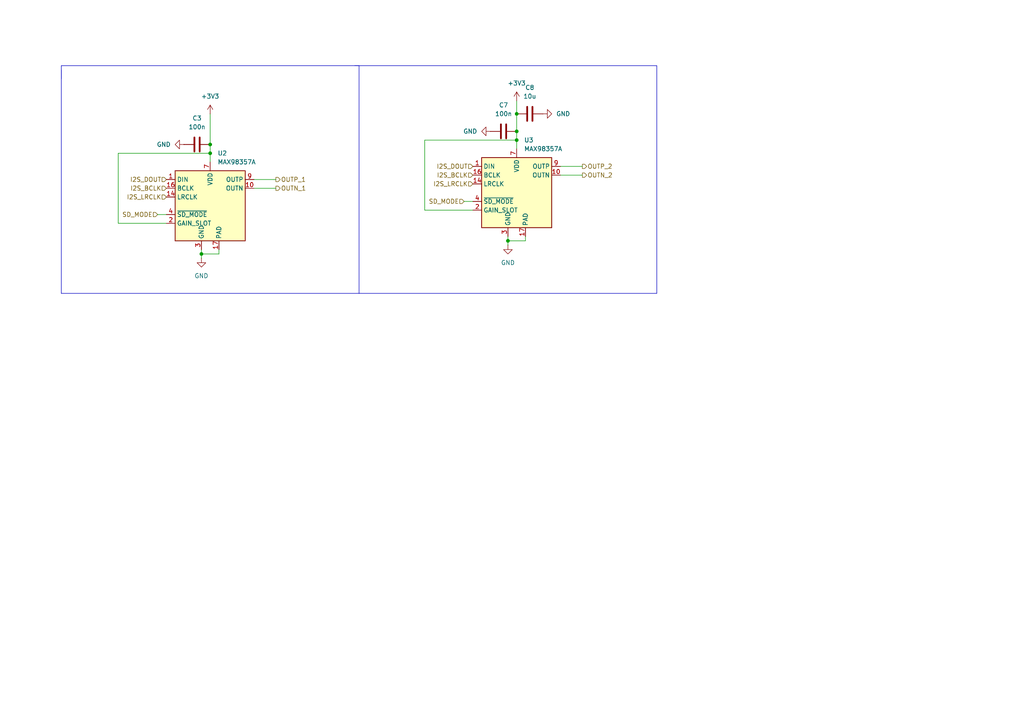
<source format=kicad_sch>
(kicad_sch (version 20250114) (generator "eeschema") (generator_version "9.0")
  (paper "A4")
  (lib_symbols
    (symbol "Audio:MAX98357A"
      (property "Reference" "U" (at -8.89 11.43 0))
      (property "Value" "MAX98357A" (at 10.16 11.43 0))
      (symbol "MAX98357A_1_1"
        (rectangle (start -10.16 10.16) (end 10.16 -10.16) (stroke (width 0.254)) (fill (type background)))
        (pin input line (at -12.7 7.62 0) (length 2.54) (name "DIN") (number "1"))
        (pin input line (at -12.7 5.08 0) (length 2.54) (name "BCLK") (number "16"))
        (pin input line (at -12.7 2.54 0) (length 2.54) (name "LRCLK") (number "14"))
        (pin input line (at -12.7 -2.54 0) (length 2.54) (name "~{SD_MODE}") (number "4"))
        (pin passive line (at -12.7 -5.08 0) (length 2.54) (name "GAIN_SLOT") (number "2"))
        (pin passive line (at -2.54 -12.7 90) (length 2.54) (hide yes) (name "GND") (number "11"))
        (pin passive line (at -2.54 -12.7 90) (length 2.54) (hide yes) (name "GND") (number "15"))
        (pin power_in line (at -2.54 -12.7 90) (length 2.54) (name "GND") (number "3"))
        (pin power_in line (at 0 12.7 270) (length 2.54) (name "VDD") (number "7"))
        (pin passive line (at 0 12.7 270) (length 2.54) (hide yes) (name "VDD") (number "8"))
        (pin unspecified line (at 2.54 -12.7 90) (length 2.54) (name "PAD") (number "17"))
        (pin no_connect line (at 10.16 2.54 180) (length 2.54) (hide yes) (name "NC") (number "5"))
        (pin no_connect line (at 10.16 0 180) (length 2.54) (hide yes) (name "NC") (number "6"))
        (pin no_connect line (at 10.16 -5.08 180) (length 2.54) (hide yes) (name "NC") (number "12"))
        (pin no_connect line (at 10.16 -7.62 180) (length 2.54) (hide yes) (name "NC") (number "13"))
        (pin output line (at 12.7 7.62 180) (length 2.54) (name "OUTP") (number "9"))
        (pin output line (at 12.7 5.08 180) (length 2.54) (name "OUTN") (number "10"))
      )
    )
    (symbol "Device:C" (pin_numbers (hide yes)) (pin_names (offset 0.254))
      (property "Reference" "C" (at 0.635 2.54 0))
      (property "Value" "C" (at 0.635 -2.54 0))
      (symbol "C_0_1"
        (polyline (pts (xy -2.032 0.762) (xy 2.032 0.762)) (stroke (width 0.508)))
        (polyline (pts (xy -2.032 -0.762) (xy 2.032 -0.762)) (stroke (width 0.508)))
      )
      (symbol "C_1_1"
        (pin passive line (at 0 3.81 270) (length 2.794) (name "~") (number "1"))
        (pin passive line (at 0 -3.81 90) (length 2.794) (name "~") (number "2"))
      )
    )
    (symbol "power:+3V3" (power) (pin_numbers (hide yes)) (pin_names (offset 0) (hide yes))
      (property "Value" "+3V3" (at 0 3.556 0))
      (symbol "+3V3_0_1"
        (polyline (pts (xy -0.762 1.27) (xy 0 2.54)))
        (polyline (pts (xy 0 2.54) (xy 0.762 1.27)))
        (polyline (pts (xy 0 0) (xy 0 2.54)))
      )
      (symbol "+3V3_1_1"
        (pin power_in line (at 0 0 90) (length 0) (name "~") (number "1"))
      )
    )
    (symbol "power:GND" (power) (pin_numbers (hide yes)) (pin_names (offset 0) (hide yes))
      (property "Value" "GND" (at 0 -3.81 0))
      (symbol "GND_0_1"
        (polyline (pts (xy 0 0) (xy 0 -1.27) (xy 1.27 -1.27) (xy 0 -2.54) (xy -1.27 -1.27) (xy 0 -1.27)))
      )
      (symbol "GND_1_1"
        (pin power_in line (at 0 0 270) (length 0) (name "~") (number "1"))
      )
    )
  )
  (junction (at 60.96 44.45))
  (junction (at 58.42 73.66))
  (junction (at 147.32 69.85))
  (junction (at 149.86 40.64))
  (junction (at 149.86 38.1))
  (junction (at 149.86 33.02))
  (junction (at 60.96 41.91))
  (wire (pts (xy 34.29 44.45) (xy 34.29 64.77)))
  (wire (pts (xy 162.56 50.8) (xy 168.91 50.8)))
  (wire (pts (xy 147.32 69.85) (xy 152.4 69.85)))
  (wire (pts (xy 60.96 33.02) (xy 60.96 41.91)))
  (wire (pts (xy 60.96 44.45) (xy 60.96 46.99)))
  (wire (pts (xy 60.96 44.45) (xy 34.29 44.45)))
  (wire (pts (xy 58.42 73.66) (xy 63.5 73.66)))
  (wire (pts (xy 147.32 69.85) (xy 147.32 68.58)))
  (wire (pts (xy 73.66 54.61) (xy 80.01 54.61)))
  (wire (pts (xy 134.62 58.42) (xy 137.16 58.42)))
  (wire (pts (xy 123.19 40.64) (xy 123.19 60.96)))
  (wire (pts (xy 123.19 60.96) (xy 137.16 60.96)))
  (polyline (pts (xy 17.78 19.05) (xy 17.78 22.86)))
  (wire (pts (xy 149.86 40.64) (xy 149.86 43.18)))
  (polyline (pts (xy 17.78 20.32) (xy 17.78 85.09)))
  (polyline (pts (xy 104.14 85.09) (xy 104.14 19.05)))
  (wire (pts (xy 45.72 62.23) (xy 48.26 62.23)))
  (wire (pts (xy 149.86 33.02) (xy 149.86 38.1)))
  (wire (pts (xy 149.86 38.1) (xy 149.86 40.64)))
  (wire (pts (xy 152.4 69.85) (xy 152.4 68.58)))
  (wire (pts (xy 58.42 73.66) (xy 58.42 72.39)))
  (wire (pts (xy 149.86 29.21) (xy 149.86 33.02)))
  (wire (pts (xy 34.29 64.77) (xy 48.26 64.77)))
  (wire (pts (xy 58.42 74.93) (xy 58.42 73.66)))
  (polyline (pts (xy 102.87 19.05) (xy 104.14 19.05)))
  (polyline (pts (xy 190.5 85.09) (xy 104.14 85.09)))
  (polyline (pts (xy 104.14 19.05) (xy 17.78 19.05)))
  (polyline (pts (xy 190.5 19.05) (xy 190.5 85.09)))
  (wire (pts (xy 147.32 71.12) (xy 147.32 69.85)))
  (wire (pts (xy 162.56 48.26) (xy 168.91 48.26)))
  (polyline (pts (xy 104.14 19.05) (xy 190.5 19.05)))
  (polyline (pts (xy 17.78 85.09) (xy 104.14 85.09)))
  (wire (pts (xy 63.5 73.66) (xy 63.5 72.39)))
  (wire (pts (xy 60.96 41.91) (xy 60.96 44.45)))
  (wire (pts (xy 73.66 52.07) (xy 80.01 52.07)))
  (wire (pts (xy 149.86 40.64) (xy 123.19 40.64)))
  (hierarchical_label "SD_MODE" (shape input) (at 45.72 62.23 180))
  (hierarchical_label "I2S_DOUT" (shape input) (at 137.16 48.26 180) (effects (font (thickness 0.1588))))
  (hierarchical_label "OUTN_1" (shape output) (at 80.01 54.61 0))
  (hierarchical_label "I2S_LRCLK" (shape input) (at 48.26 57.15 180) (effects (font (thickness 0.1588))))
  (hierarchical_label "I2S_BCLK" (shape input) (at 137.16 50.8 180) (effects (font (thickness 0.1588))))
  (hierarchical_label "OUTP_1" (shape output) (at 80.01 52.07 0))
  (hierarchical_label "I2S_BCLK" (shape input) (at 48.26 54.61 180) (effects (font (thickness 0.1588))))
  (hierarchical_label "I2S_DOUT" (shape input) (at 48.26 52.07 180) (effects (font (thickness 0.1588))))
  (hierarchical_label "I2S_LRCLK" (shape input) (at 137.16 53.34 180) (effects (font (thickness 0.1588))))
  (hierarchical_label "OUTP_2" (shape output) (at 168.91 48.26 0))
  (hierarchical_label "SD_MODE" (shape input) (at 134.62 58.42 180))
  (hierarchical_label "OUTN_2" (shape output) (at 168.91 50.8 0))
  (symbol (lib_id "power:GND") (at 53.34 41.91 270) (unit 1)
    (property "Reference" "#PWR05" (effects (hide yes)))
    (property "Value" "GND" (at 49.53 41.9099 90) (effects (justify right)))
    (property "Description" "Power symbol creates a global label with name \"GND\" , ground" (effects (hide yes)))
  )
  (symbol (lib_id "power:GND") (at 142.24 38.1 270) (unit 1)
    (property "Reference" "#PWR010" (effects (hide yes)))
    (property "Value" "GND" (at 138.43 38.0999 90) (effects (justify right)))
    (property "Description" "Power symbol creates a global label with name \"GND\" , ground" (effects (hide yes)))
  )
  (symbol (lib_id "power:GND") (at 157.48 33.02 90) (unit 1)
    (property "Reference" "#PWR013" (effects (hide yes)))
    (property "Value" "GND" (at 161.29 33.0199 90) (effects (justify right)))
    (property "Description" "Power symbol creates a global label with name \"GND\" , ground" (effects (hide yes)))
  )
  (symbol (lib_id "Audio:MAX98357A") (at 149.86 55.88 0) (unit 1)
    (property "Reference" "U3" (at 152.0033 40.64 0) (effects (justify left)))
    (property "Value" "MAX98357A" (at 152.0033 43.18 0) (effects (justify left)))
    (property "Footprint" "Package_DFN_QFN:TQFN-16-1EP_3x3mm_P0.5mm_EP1.23x1.23mm" (effects (hide yes)))
    (property "Datasheet" "https://www.analog.com/media/en/technical-documentation/data-sheets/MAX98357A-MAX98357B.pdf" (effects (hide yes)))
    (property "Description" "Mono DAC with amplifier, I2S, PCM, TDM, 32-bit, 96khz, 3.2W, TQFP-16" (effects (hide yes)))
  )
  (symbol (lib_id "power:+3V3") (at 60.96 33.02 0) (unit 1)
    (property "Reference" "#PWR04" (effects (hide yes)))
    (property "Value" "+3V3" (at 60.96 27.94 0))
    (property "Description" "Power symbol creates a global label with name \"+3V3\"" (effects (hide yes)))
  )
  (symbol (lib_id "power:GND") (at 147.32 71.12 0) (unit 1)
    (property "Reference" "#PWR011" (effects (hide yes)))
    (property "Value" "GND" (at 147.32 76.2 0))
    (property "Description" "Power symbol creates a global label with name \"GND\" , ground" (effects (hide yes)))
  )
  (symbol (lib_id "Device:C") (at 153.67 33.02 270) (unit 1)
    (property "Reference" "C8" (at 153.67 25.4 90))
    (property "Value" "10u" (at 153.67 27.94 90))
    (property "Footprint" "Capacitor_SMD:C_0805_2012Metric" (effects (hide yes)))
    (property "Datasheet" "https://www.mouser.com/datasheet/3/76/1/GRM21BR61H106KE43_01A.pdf" (effects (hide yes)))
    (property "Description" "Unpolarized capacitor" (effects (hide yes)))
    (property "Mouser #" "81-GRM21BR61H106KE3L" (effects (hide yes)))
    (property "Mouser Link" "https://www.mouser.com/ProductDetail/Murata-Electronics/GRM21BR61H106KE43L?qs=lYGu3FyN48cBZlIduWKclg%3D%3D&srsltid=AfmBOoovanZHDCILOsTNmRDlbeowyCnSNVD-tyLdgO5iJbYQ29cv4-uh" (effects (hide yes)))
    (property "JLCPCB #" "C440198" (effects (hide yes)))
    (property "Mouser Part Number" "81-GRM21BR61H106KE3L" (effects (hide yes)))
  )
  (symbol (lib_id "power:GND") (at 58.42 74.93 0) (unit 1)
    (property "Reference" "#PWR06" (effects (hide yes)))
    (property "Value" "GND" (at 58.42 80.01 0))
    (property "Description" "Power symbol creates a global label with name \"GND\" , ground" (effects (hide yes)))
  )
  (symbol (lib_id "Audio:MAX98357A") (at 60.96 59.69 0) (unit 1)
    (property "Reference" "U2" (at 63.1033 44.45 0) (effects (justify left)))
    (property "Value" "MAX98357A" (at 63.1033 46.99 0) (effects (justify left)))
    (property "Footprint" "Package_DFN_QFN:TQFN-16-1EP_3x3mm_P0.5mm_EP1.23x1.23mm" (effects (hide yes)))
    (property "Datasheet" "https://www.analog.com/media/en/technical-documentation/data-sheets/MAX98357A-MAX98357B.pdf" (effects (hide yes)))
    (property "Description" "Mono DAC with amplifier, I2S, PCM, TDM, 32-bit, 96khz, 3.2W, TQFP-16" (effects (hide yes)))
  )
  (symbol (lib_id "Device:C") (at 146.05 38.1 90) (unit 1)
    (property "Reference" "C7" (at 146.05 30.48 90))
    (property "Value" "100n" (at 146.05 33.02 90))
    (property "Footprint" "Capacitor_SMD:C_0603_1608Metric_Pad1.08x0.95mm_HandSolder" (effects (hide yes)))
    (property "Datasheet" "https://datasheets.kyocera-avx.com/AutoMLCCKAM.pdf" (effects (hide yes)))
    (property "Description" "Unpolarized capacitor" (effects (hide yes)))
    (property "Mouser #" "581-KAM15BR72A104KT" (effects (hide yes)))
    (property "Mouser Link" "https://www.mouser.com/ProductDetail/KYOCERA-AVX/KAM15BR72A104KT?qs=Jm2GQyTW%2Fbivdeq3a3Ovhw%3D%3D" (effects (hide yes)))
    (property "JLCPCB #" "C14663" (effects (hide yes)))
    (property "Mouser Part Number" "581-KAM15BR72A104KT" (effects (hide yes)))
  )
  (symbol (lib_id "Device:C") (at 57.15 41.91 90) (unit 1)
    (property "Reference" "C3" (at 57.15 34.29 90))
    (property "Value" "100n" (at 57.15 36.83 90))
    (property "Footprint" "Capacitor_SMD:C_0603_1608Metric_Pad1.08x0.95mm_HandSolder" (effects (hide yes)))
    (property "Datasheet" "https://datasheets.kyocera-avx.com/AutoMLCCKAM.pdf" (effects (hide yes)))
    (property "Description" "Unpolarized capacitor" (effects (hide yes)))
    (property "Mouser #" "581-KAM15BR72A104KT" (effects (hide yes)))
    (property "Mouser Link" "https://www.mouser.com/ProductDetail/KYOCERA-AVX/KAM15BR72A104KT?qs=Jm2GQyTW%2Fbivdeq3a3Ovhw%3D%3D" (effects (hide yes)))
    (property "JLCPCB #" "C14663" (effects (hide yes)))
    (property "Mouser Part Number" "581-KAM15BR72A104KT" (effects (hide yes)))
  )
  (symbol (lib_id "power:+3V3") (at 149.86 29.21 0) (unit 1)
    (property "Reference" "#PWR012" (effects (hide yes)))
    (property "Value" "+3V3" (at 149.86 24.13 0))
    (property "Description" "Power symbol creates a global label with name \"+3V3\"" (effects (hide yes)))
  )
)
</source>
